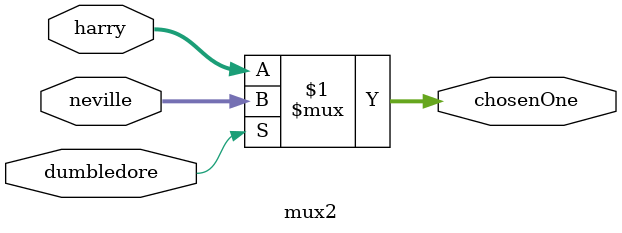
<source format=v>
module /*to the*/ mux2
#(parameter width = 32)
(
	output [width-1:0] chosenOne, // Output
	input [width-1:0] harry, // Inputs, with arbitrary depth
	input [width-1:0] neville,
	input dumbledore // Address
);
	assign chosenOne = (dumbledore ? neville : harry);
endmodule
	

</source>
